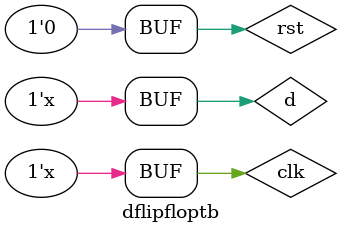
<source format=v>
module dflipfloptb;

reg d;

reg clk;

wire q;
reg rst;

dflipflop uut (q,d,clk,rst);

initial begin

// Initialize Inputs

$dumpfile ("dff_out.vcd"); 
$dumpvars(0,dflipfloptb);

//These initial statements are very important- without which the next always block
//will not work

d = 0;  //at time=0
clk = 0; //at time=0
rst = 1;
#5
rst = 0;
#5
rst = 1;
#6
rst = 0;
end

always 
#3 clk=~clk; // toggle or negate the clock every 3 units of time.
// ~ is a negation operator

always 
#5 d=~d;  // toggle or negate the D input every 5 units of time
//Alternately:
//always begin
//#5 d =1;
//#15 d=0;
//end

endmodule


</source>
